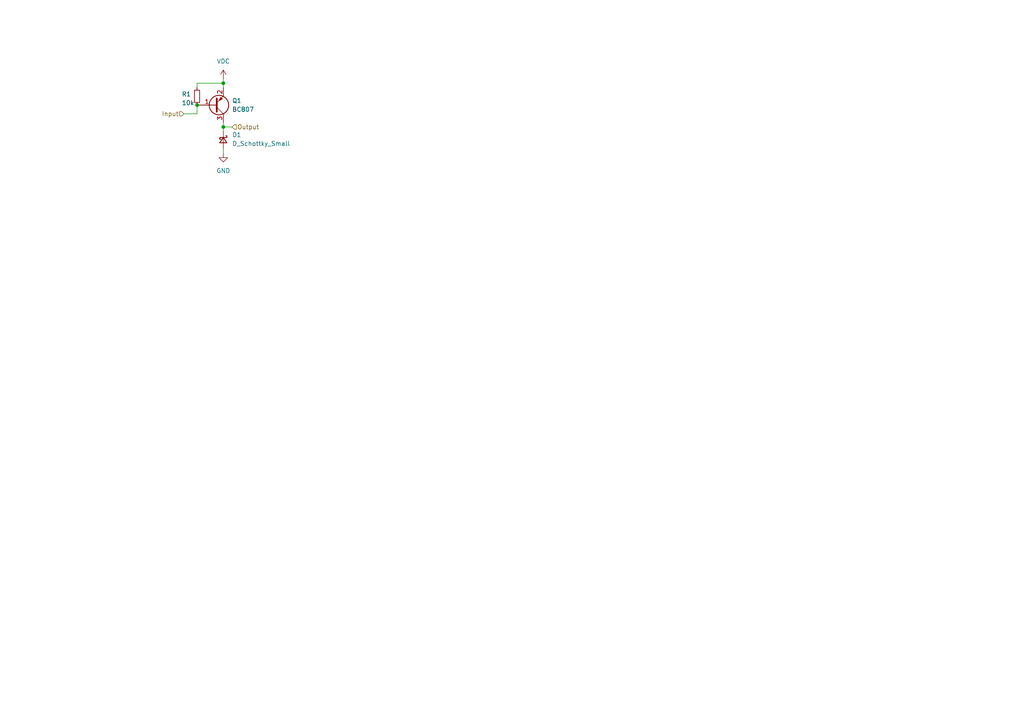
<source format=kicad_sch>
(kicad_sch (version 20231120) (generator "eeschema") (generator_version "8.0")
  (paper "A4")
  (lib_symbols
    (symbol "Device:D_Schottky_Small" (pin_numbers hide) (pin_names (offset 0.254) hide)
      (property "Reference" "D" (at -1.27 2.032 0))
      (property "Value" "D_Schottky_Small" (at -7.112 -2.032 0))
      (symbol "D_Schottky_Small_0_1"
        (polyline (pts (xy -0.762 0) (xy 0.762 0)))
        (polyline (pts (xy 0.762 -1.016) (xy -0.762 0) (xy 0.762 1.016) (xy 0.762 -1.016)) (stroke (width 0.254)))
        (polyline (pts (xy -1.27 0.762) (xy -1.27 1.016) (xy -0.762 1.016) (xy -0.762 -1.016) (xy -0.254 -1.016) (xy -0.254 -0.762)) (stroke (width 0.254)))
      )
      (symbol "D_Schottky_Small_1_1"
        (pin passive line (at -2.54 0 0) (length 1.778) (name "K") (number "1"))
        (pin passive line (at 2.54 0 180) (length 1.778) (name "A") (number "2"))
      )
    )
    (symbol "Device:R_Small" (pin_numbers hide) (pin_names (offset 0.254) hide)
      (property "Reference" "R" (at 0.762 0.508 0))
      (property "Value" "R_Small" (at 0.762 -1.016 0))
      (symbol "R_Small_0_1"
        (rectangle (start -0.762 1.778) (end 0.762 -1.778) (stroke (width 0.2032)))
      )
      (symbol "R_Small_1_1"
        (pin passive line (at 0 2.54 270) (length 0.762) (name "~") (number "1"))
        (pin passive line (at 0 -2.54 90) (length 0.762) (name "~") (number "2"))
      )
    )
    (symbol "Transistor_BJT:BC807" (pin_names (offset 0) hide)
      (property "Reference" "Q" (at 5.08 1.905 0))
      (property "Value" "BC807" (at 5.08 0 0))
      (symbol "BC807_0_1"
        (polyline (pts (xy 0.635 0.635) (xy 2.54 2.54)))
        (polyline (pts (xy 0.635 -0.635) (xy 2.54 -2.54) (xy 2.54 -2.54)))
        (polyline (pts (xy 0.635 1.905) (xy 0.635 -1.905) (xy 0.635 -1.905)) (stroke (width 0.508)))
        (polyline (pts (xy 2.286 -1.778) (xy 1.778 -2.286) (xy 1.27 -1.27) (xy 2.286 -1.778) (xy 2.286 -1.778)) (fill (type outline)))
        (circle (center 1.27 0) (radius 2.8194) (stroke (width 0.254)))
      )
      (symbol "BC807_1_1"
        (pin input line (at -5.08 0 0) (length 5.715) (name "B") (number "1"))
        (pin passive line (at 2.54 -5.08 90) (length 2.54) (name "E") (number "2"))
        (pin passive line (at 2.54 5.08 270) (length 2.54) (name "C") (number "3"))
      )
    )
    (symbol "power:GND" (power) (pin_numbers hide) (pin_names (offset 0) hide)
      (property "Value" "GND" (at 0 -3.81 0))
      (symbol "GND_0_1"
        (polyline (pts (xy 0 0) (xy 0 -1.27) (xy 1.27 -1.27) (xy 0 -2.54) (xy -1.27 -1.27) (xy 0 -1.27)))
      )
      (symbol "GND_1_1"
        (pin power_in line (at 0 0 270) (length 0) (name "~") (number "1"))
      )
    )
    (symbol "power:VDC" (power) (pin_numbers hide) (pin_names (offset 0) hide)
      (property "Value" "VDC" (at 0 3.556 0))
      (symbol "VDC_0_1"
        (polyline (pts (xy -0.762 1.27) (xy 0 2.54)))
        (polyline (pts (xy 0 0) (xy 0 2.54)))
        (polyline (pts (xy 0 2.54) (xy 0.762 1.27)))
      )
      (symbol "VDC_1_1"
        (pin power_in line (at 0 0 90) (length 0) (name "~") (number "1"))
      )
    )
  )
  (junction (at 64.77 36.83))
  (junction (at 64.77 24.13))
  (junction (at 57.15 30.48))
  (wire (pts (xy 53.34 33.02) (xy 57.15 33.02)))
  (wire (pts (xy 64.77 36.83) (xy 64.77 35.56)))
  (wire (pts (xy 57.15 24.13) (xy 64.77 24.13)))
  (wire (pts (xy 64.77 22.86) (xy 64.77 24.13)))
  (wire (pts (xy 64.77 43.18) (xy 64.77 44.45)))
  (wire (pts (xy 64.77 38.1) (xy 64.77 36.83)))
  (wire (pts (xy 64.77 36.83) (xy 67.31 36.83)))
  (wire (pts (xy 57.15 33.02) (xy 57.15 30.48)))
  (wire (pts (xy 57.15 25.4) (xy 57.15 24.13)))
  (wire (pts (xy 64.77 25.4) (xy 64.77 24.13)))
  (hierarchical_label "Output" (shape input) (at 67.31 36.83 0))
  (hierarchical_label "Input" (shape input) (at 53.34 33.02 180))
  (symbol (lib_id "power:GND") (at 64.77 44.45 0) (unit 1)
    (property "Reference" "#PWR02" (effects (hide yes)))
    (property "Value" "GND" (at 64.77 49.53 0))
    (property "Description" "Power symbol creates a global label with name \"GND\" , ground" (effects (hide yes)))
  )
  (symbol (lib_id "power:VDC") (at 64.77 22.86 0) (unit 1)
    (property "Reference" "#PWR01" (effects (hide yes)))
    (property "Value" "VDC" (at 64.77 17.78 0))
    (property "Description" "Power symbol creates a global label with name \"VDC\"" (effects (hide yes)))
  )
  (symbol (lib_id "Device:D_Schottky_Small") (at 64.77 40.64 270) (unit 1)
    (property "Reference" "D1" (at 67.31 39.1159 90) (effects (justify left)))
    (property "Value" "D_Schottky_Small" (at 67.31 41.6559 90) (effects (justify left)))
    (property "Footprint" "Diode_SMD:D_0805_2012Metric" (effects (hide yes)))
    (property "Description" "Schottky diode, small symbol" (effects (hide yes)))
  )
  (symbol (lib_id "Transistor_BJT:BC807") (at 62.23 30.48 0) (mirror x) (unit 1)
    (property "Reference" "Q1" (at 67.31 29.2099 0) (effects (justify left)))
    (property "Value" "BC807" (at 67.31 31.7499 0) (effects (justify left)))
    (property "Footprint" "Package_TO_SOT_SMD:SOT-23" (effects (hide yes)))
    (property "Datasheet" "https://www.onsemi.com/pub/Collateral/BC808-D.pdf" (effects (hide yes)))
    (property "Description" "0.8A Ic, 45V Vce, PNP Transistor, SOT-23" (effects (hide yes)))
  )
  (symbol (lib_id "Device:R_Small") (at 57.15 27.94 0) (unit 1)
    (property "Reference" "R1" (at 52.705 27.305 0) (effects (justify left)))
    (property "Value" "10k" (at 52.705 29.845 0) (effects (justify left)))
    (property "Footprint" "Resistor_SMD:R_0805_2012Metric" (effects (hide yes)))
    (property "Description" "Resistor, small symbol" (effects (hide yes)))
  )
)
</source>
